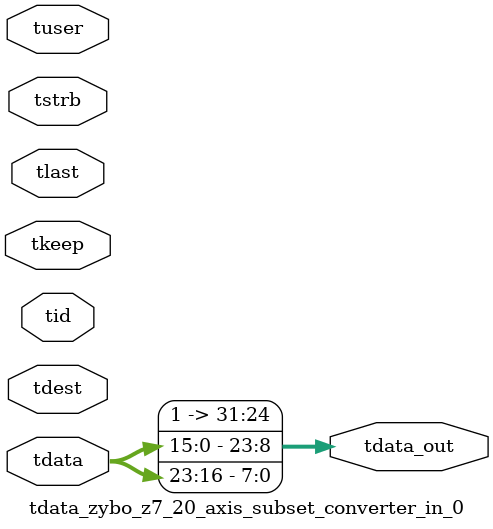
<source format=v>


`timescale 1ps/1ps

module tdata_zybo_z7_20_axis_subset_converter_in_0 #
(
parameter C_S_AXIS_TDATA_WIDTH = 32,
parameter C_S_AXIS_TUSER_WIDTH = 0,
parameter C_S_AXIS_TID_WIDTH   = 0,
parameter C_S_AXIS_TDEST_WIDTH = 0,
parameter C_M_AXIS_TDATA_WIDTH = 32
)
(
input  [(C_S_AXIS_TDATA_WIDTH == 0 ? 1 : C_S_AXIS_TDATA_WIDTH)-1:0     ] tdata,
input  [(C_S_AXIS_TUSER_WIDTH == 0 ? 1 : C_S_AXIS_TUSER_WIDTH)-1:0     ] tuser,
input  [(C_S_AXIS_TID_WIDTH   == 0 ? 1 : C_S_AXIS_TID_WIDTH)-1:0       ] tid,
input  [(C_S_AXIS_TDEST_WIDTH == 0 ? 1 : C_S_AXIS_TDEST_WIDTH)-1:0     ] tdest,
input  [(C_S_AXIS_TDATA_WIDTH/8)-1:0 ] tkeep,
input  [(C_S_AXIS_TDATA_WIDTH/8)-1:0 ] tstrb,
input                                                                    tlast,
output [C_M_AXIS_TDATA_WIDTH-1:0] tdata_out
);

assign tdata_out = {8'b11111111,tdata[15:8],tdata[7:0],tdata[23:16]};

endmodule


</source>
